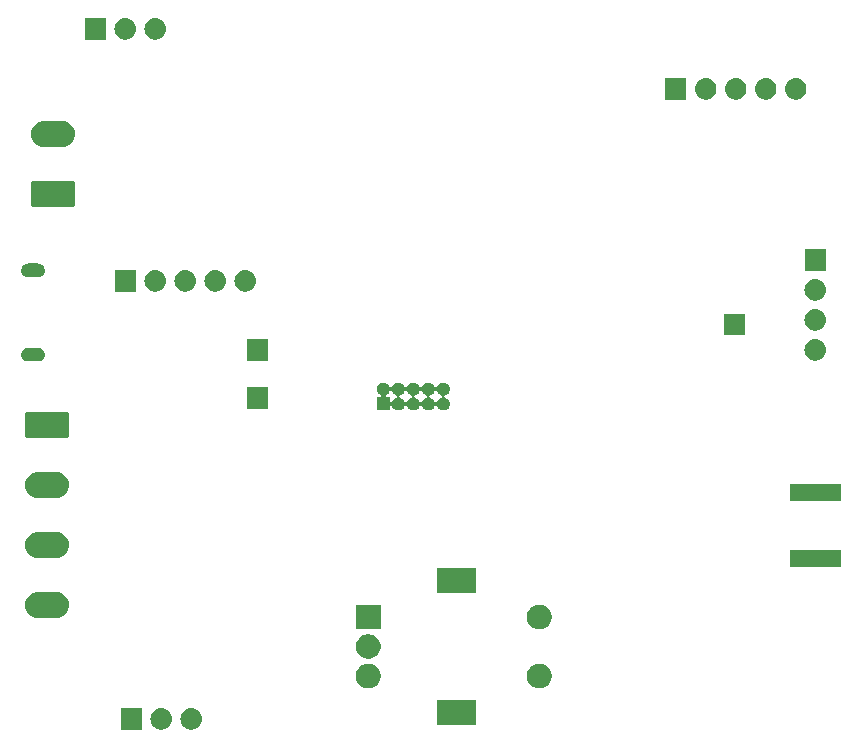
<source format=gbr>
G04 #@! TF.GenerationSoftware,KiCad,Pcbnew,5.1.4-e60b266~84~ubuntu18.04.1*
G04 #@! TF.CreationDate,2020-03-31T13:06:10+02:00*
G04 #@! TF.ProjectId,Esp32LoraBoard,45737033-324c-46f7-9261-426f6172642e,1.0*
G04 #@! TF.SameCoordinates,Original*
G04 #@! TF.FileFunction,Soldermask,Bot*
G04 #@! TF.FilePolarity,Negative*
%FSLAX46Y46*%
G04 Gerber Fmt 4.6, Leading zero omitted, Abs format (unit mm)*
G04 Created by KiCad (PCBNEW 5.1.4-e60b266~84~ubuntu18.04.1) date 2020-03-31 13:06:10*
%MOMM*%
%LPD*%
G04 APERTURE LIST*
%ADD10C,0.100000*%
G04 APERTURE END LIST*
D10*
G36*
X116725000Y-120281000D02*
G01*
X114923000Y-120281000D01*
X114923000Y-118479000D01*
X116725000Y-118479000D01*
X116725000Y-120281000D01*
X116725000Y-120281000D01*
G37*
G36*
X121014442Y-118485518D02*
G01*
X121080627Y-118492037D01*
X121250466Y-118543557D01*
X121406991Y-118627222D01*
X121442729Y-118656552D01*
X121544186Y-118739814D01*
X121627448Y-118841271D01*
X121656778Y-118877009D01*
X121740443Y-119033534D01*
X121791963Y-119203373D01*
X121809359Y-119380000D01*
X121791963Y-119556627D01*
X121740443Y-119726466D01*
X121656778Y-119882991D01*
X121646922Y-119895000D01*
X121544186Y-120020186D01*
X121442729Y-120103448D01*
X121406991Y-120132778D01*
X121250466Y-120216443D01*
X121080627Y-120267963D01*
X121014442Y-120274482D01*
X120948260Y-120281000D01*
X120859740Y-120281000D01*
X120793558Y-120274482D01*
X120727373Y-120267963D01*
X120557534Y-120216443D01*
X120401009Y-120132778D01*
X120365271Y-120103448D01*
X120263814Y-120020186D01*
X120161078Y-119895000D01*
X120151222Y-119882991D01*
X120067557Y-119726466D01*
X120016037Y-119556627D01*
X119998641Y-119380000D01*
X120016037Y-119203373D01*
X120067557Y-119033534D01*
X120151222Y-118877009D01*
X120180552Y-118841271D01*
X120263814Y-118739814D01*
X120365271Y-118656552D01*
X120401009Y-118627222D01*
X120557534Y-118543557D01*
X120727373Y-118492037D01*
X120793558Y-118485518D01*
X120859740Y-118479000D01*
X120948260Y-118479000D01*
X121014442Y-118485518D01*
X121014442Y-118485518D01*
G37*
G36*
X118474442Y-118485518D02*
G01*
X118540627Y-118492037D01*
X118710466Y-118543557D01*
X118866991Y-118627222D01*
X118902729Y-118656552D01*
X119004186Y-118739814D01*
X119087448Y-118841271D01*
X119116778Y-118877009D01*
X119200443Y-119033534D01*
X119251963Y-119203373D01*
X119269359Y-119380000D01*
X119251963Y-119556627D01*
X119200443Y-119726466D01*
X119116778Y-119882991D01*
X119106922Y-119895000D01*
X119004186Y-120020186D01*
X118902729Y-120103448D01*
X118866991Y-120132778D01*
X118710466Y-120216443D01*
X118540627Y-120267963D01*
X118474442Y-120274482D01*
X118408260Y-120281000D01*
X118319740Y-120281000D01*
X118253558Y-120274482D01*
X118187373Y-120267963D01*
X118017534Y-120216443D01*
X117861009Y-120132778D01*
X117825271Y-120103448D01*
X117723814Y-120020186D01*
X117621078Y-119895000D01*
X117611222Y-119882991D01*
X117527557Y-119726466D01*
X117476037Y-119556627D01*
X117458641Y-119380000D01*
X117476037Y-119203373D01*
X117527557Y-119033534D01*
X117611222Y-118877009D01*
X117640552Y-118841271D01*
X117723814Y-118739814D01*
X117825271Y-118656552D01*
X117861009Y-118627222D01*
X118017534Y-118543557D01*
X118187373Y-118492037D01*
X118253558Y-118485518D01*
X118319740Y-118479000D01*
X118408260Y-118479000D01*
X118474442Y-118485518D01*
X118474442Y-118485518D01*
G37*
G36*
X145041000Y-119895000D02*
G01*
X141739000Y-119895000D01*
X141739000Y-117793000D01*
X145041000Y-117793000D01*
X145041000Y-119895000D01*
X145041000Y-119895000D01*
G37*
G36*
X150696564Y-114733389D02*
G01*
X150887833Y-114812615D01*
X150887835Y-114812616D01*
X151059973Y-114927635D01*
X151206365Y-115074027D01*
X151321385Y-115246167D01*
X151400611Y-115437436D01*
X151441000Y-115640484D01*
X151441000Y-115847516D01*
X151400611Y-116050564D01*
X151321385Y-116241833D01*
X151321384Y-116241835D01*
X151206365Y-116413973D01*
X151059973Y-116560365D01*
X150887835Y-116675384D01*
X150887834Y-116675385D01*
X150887833Y-116675385D01*
X150696564Y-116754611D01*
X150493516Y-116795000D01*
X150286484Y-116795000D01*
X150083436Y-116754611D01*
X149892167Y-116675385D01*
X149892166Y-116675385D01*
X149892165Y-116675384D01*
X149720027Y-116560365D01*
X149573635Y-116413973D01*
X149458616Y-116241835D01*
X149458615Y-116241833D01*
X149379389Y-116050564D01*
X149339000Y-115847516D01*
X149339000Y-115640484D01*
X149379389Y-115437436D01*
X149458615Y-115246167D01*
X149573635Y-115074027D01*
X149720027Y-114927635D01*
X149892165Y-114812616D01*
X149892167Y-114812615D01*
X150083436Y-114733389D01*
X150286484Y-114693000D01*
X150493516Y-114693000D01*
X150696564Y-114733389D01*
X150696564Y-114733389D01*
G37*
G36*
X136196564Y-114733389D02*
G01*
X136387833Y-114812615D01*
X136387835Y-114812616D01*
X136559973Y-114927635D01*
X136706365Y-115074027D01*
X136821385Y-115246167D01*
X136900611Y-115437436D01*
X136941000Y-115640484D01*
X136941000Y-115847516D01*
X136900611Y-116050564D01*
X136821385Y-116241833D01*
X136821384Y-116241835D01*
X136706365Y-116413973D01*
X136559973Y-116560365D01*
X136387835Y-116675384D01*
X136387834Y-116675385D01*
X136387833Y-116675385D01*
X136196564Y-116754611D01*
X135993516Y-116795000D01*
X135786484Y-116795000D01*
X135583436Y-116754611D01*
X135392167Y-116675385D01*
X135392166Y-116675385D01*
X135392165Y-116675384D01*
X135220027Y-116560365D01*
X135073635Y-116413973D01*
X134958616Y-116241835D01*
X134958615Y-116241833D01*
X134879389Y-116050564D01*
X134839000Y-115847516D01*
X134839000Y-115640484D01*
X134879389Y-115437436D01*
X134958615Y-115246167D01*
X135073635Y-115074027D01*
X135220027Y-114927635D01*
X135392165Y-114812616D01*
X135392167Y-114812615D01*
X135583436Y-114733389D01*
X135786484Y-114693000D01*
X135993516Y-114693000D01*
X136196564Y-114733389D01*
X136196564Y-114733389D01*
G37*
G36*
X136196564Y-112233389D02*
G01*
X136387833Y-112312615D01*
X136387835Y-112312616D01*
X136559973Y-112427635D01*
X136706365Y-112574027D01*
X136821385Y-112746167D01*
X136900611Y-112937436D01*
X136941000Y-113140484D01*
X136941000Y-113347516D01*
X136900611Y-113550564D01*
X136821385Y-113741833D01*
X136821384Y-113741835D01*
X136706365Y-113913973D01*
X136559973Y-114060365D01*
X136387835Y-114175384D01*
X136387834Y-114175385D01*
X136387833Y-114175385D01*
X136196564Y-114254611D01*
X135993516Y-114295000D01*
X135786484Y-114295000D01*
X135583436Y-114254611D01*
X135392167Y-114175385D01*
X135392166Y-114175385D01*
X135392165Y-114175384D01*
X135220027Y-114060365D01*
X135073635Y-113913973D01*
X134958616Y-113741835D01*
X134958615Y-113741833D01*
X134879389Y-113550564D01*
X134839000Y-113347516D01*
X134839000Y-113140484D01*
X134879389Y-112937436D01*
X134958615Y-112746167D01*
X135073635Y-112574027D01*
X135220027Y-112427635D01*
X135392165Y-112312616D01*
X135392167Y-112312615D01*
X135583436Y-112233389D01*
X135786484Y-112193000D01*
X135993516Y-112193000D01*
X136196564Y-112233389D01*
X136196564Y-112233389D01*
G37*
G36*
X136941000Y-111795000D02*
G01*
X134839000Y-111795000D01*
X134839000Y-109693000D01*
X136941000Y-109693000D01*
X136941000Y-111795000D01*
X136941000Y-111795000D01*
G37*
G36*
X150696564Y-109733389D02*
G01*
X150887833Y-109812615D01*
X150887835Y-109812616D01*
X151059973Y-109927635D01*
X151206365Y-110074027D01*
X151321385Y-110246167D01*
X151400611Y-110437436D01*
X151441000Y-110640484D01*
X151441000Y-110847516D01*
X151400611Y-111050564D01*
X151321385Y-111241833D01*
X151321384Y-111241835D01*
X151206365Y-111413973D01*
X151059973Y-111560365D01*
X150887835Y-111675384D01*
X150887834Y-111675385D01*
X150887833Y-111675385D01*
X150696564Y-111754611D01*
X150493516Y-111795000D01*
X150286484Y-111795000D01*
X150083436Y-111754611D01*
X149892167Y-111675385D01*
X149892166Y-111675385D01*
X149892165Y-111675384D01*
X149720027Y-111560365D01*
X149573635Y-111413973D01*
X149458616Y-111241835D01*
X149458615Y-111241833D01*
X149379389Y-111050564D01*
X149339000Y-110847516D01*
X149339000Y-110640484D01*
X149379389Y-110437436D01*
X149458615Y-110246167D01*
X149573635Y-110074027D01*
X149720027Y-109927635D01*
X149892165Y-109812616D01*
X149892167Y-109812615D01*
X150083436Y-109733389D01*
X150286484Y-109693000D01*
X150493516Y-109693000D01*
X150696564Y-109733389D01*
X150696564Y-109733389D01*
G37*
G36*
X109685871Y-108652786D02*
G01*
X109891530Y-108715172D01*
X110081055Y-108816475D01*
X110081058Y-108816477D01*
X110081059Y-108816478D01*
X110247186Y-108952814D01*
X110383522Y-109118941D01*
X110383525Y-109118945D01*
X110484828Y-109308470D01*
X110547214Y-109514129D01*
X110568278Y-109728000D01*
X110547214Y-109941871D01*
X110484828Y-110147530D01*
X110383525Y-110337055D01*
X110383523Y-110337058D01*
X110383522Y-110337059D01*
X110247186Y-110503186D01*
X110081059Y-110639522D01*
X110081055Y-110639525D01*
X109891530Y-110740828D01*
X109685871Y-110803214D01*
X109525591Y-110819000D01*
X107898409Y-110819000D01*
X107738129Y-110803214D01*
X107532470Y-110740828D01*
X107342945Y-110639525D01*
X107342941Y-110639522D01*
X107176814Y-110503186D01*
X107040478Y-110337059D01*
X107040477Y-110337058D01*
X107040475Y-110337055D01*
X106939172Y-110147530D01*
X106876786Y-109941871D01*
X106855722Y-109728000D01*
X106876786Y-109514129D01*
X106939172Y-109308470D01*
X107040475Y-109118945D01*
X107040478Y-109118941D01*
X107176814Y-108952814D01*
X107342941Y-108816478D01*
X107342942Y-108816477D01*
X107342945Y-108816475D01*
X107532470Y-108715172D01*
X107738129Y-108652786D01*
X107898409Y-108637000D01*
X109525591Y-108637000D01*
X109685871Y-108652786D01*
X109685871Y-108652786D01*
G37*
G36*
X145041000Y-108695000D02*
G01*
X141739000Y-108695000D01*
X141739000Y-106593000D01*
X145041000Y-106593000D01*
X145041000Y-108695000D01*
X145041000Y-108695000D01*
G37*
G36*
X175887000Y-106548000D02*
G01*
X171585000Y-106548000D01*
X171585000Y-105096000D01*
X175887000Y-105096000D01*
X175887000Y-106548000D01*
X175887000Y-106548000D01*
G37*
G36*
X109685871Y-103572786D02*
G01*
X109891530Y-103635172D01*
X110081055Y-103736475D01*
X110081058Y-103736477D01*
X110081059Y-103736478D01*
X110247186Y-103872814D01*
X110383522Y-104038941D01*
X110383525Y-104038945D01*
X110484828Y-104228470D01*
X110547214Y-104434129D01*
X110568278Y-104648000D01*
X110547214Y-104861871D01*
X110484828Y-105067530D01*
X110383525Y-105257055D01*
X110383523Y-105257058D01*
X110383522Y-105257059D01*
X110247186Y-105423186D01*
X110081059Y-105559522D01*
X110081055Y-105559525D01*
X109891530Y-105660828D01*
X109685871Y-105723214D01*
X109525591Y-105739000D01*
X107898409Y-105739000D01*
X107738129Y-105723214D01*
X107532470Y-105660828D01*
X107342945Y-105559525D01*
X107342941Y-105559522D01*
X107176814Y-105423186D01*
X107040478Y-105257059D01*
X107040477Y-105257058D01*
X107040475Y-105257055D01*
X106939172Y-105067530D01*
X106876786Y-104861871D01*
X106855722Y-104648000D01*
X106876786Y-104434129D01*
X106939172Y-104228470D01*
X107040475Y-104038945D01*
X107040478Y-104038941D01*
X107176814Y-103872814D01*
X107342941Y-103736478D01*
X107342942Y-103736477D01*
X107342945Y-103736475D01*
X107532470Y-103635172D01*
X107738129Y-103572786D01*
X107898409Y-103557000D01*
X109525591Y-103557000D01*
X109685871Y-103572786D01*
X109685871Y-103572786D01*
G37*
G36*
X175887000Y-100898000D02*
G01*
X171585000Y-100898000D01*
X171585000Y-99446000D01*
X175887000Y-99446000D01*
X175887000Y-100898000D01*
X175887000Y-100898000D01*
G37*
G36*
X109685871Y-98492786D02*
G01*
X109891530Y-98555172D01*
X110081055Y-98656475D01*
X110081058Y-98656477D01*
X110081059Y-98656478D01*
X110247186Y-98792814D01*
X110383522Y-98958941D01*
X110383525Y-98958945D01*
X110484828Y-99148470D01*
X110547214Y-99354129D01*
X110568278Y-99568000D01*
X110547214Y-99781871D01*
X110484828Y-99987530D01*
X110383525Y-100177055D01*
X110383523Y-100177058D01*
X110383522Y-100177059D01*
X110247186Y-100343186D01*
X110081059Y-100479522D01*
X110081055Y-100479525D01*
X109891530Y-100580828D01*
X109685871Y-100643214D01*
X109525591Y-100659000D01*
X107898409Y-100659000D01*
X107738129Y-100643214D01*
X107532470Y-100580828D01*
X107342945Y-100479525D01*
X107342941Y-100479522D01*
X107176814Y-100343186D01*
X107040478Y-100177059D01*
X107040477Y-100177058D01*
X107040475Y-100177055D01*
X106939172Y-99987530D01*
X106876786Y-99781871D01*
X106855722Y-99568000D01*
X106876786Y-99354129D01*
X106939172Y-99148470D01*
X107040475Y-98958945D01*
X107040478Y-98958941D01*
X107176814Y-98792814D01*
X107342941Y-98656478D01*
X107342942Y-98656477D01*
X107342945Y-98656475D01*
X107532470Y-98555172D01*
X107738129Y-98492786D01*
X107898409Y-98477000D01*
X109525591Y-98477000D01*
X109685871Y-98492786D01*
X109685871Y-98492786D01*
G37*
G36*
X110428217Y-93400808D02*
G01*
X110459489Y-93410294D01*
X110488308Y-93425698D01*
X110513570Y-93446430D01*
X110534302Y-93471692D01*
X110549706Y-93500511D01*
X110559192Y-93531783D01*
X110563000Y-93570448D01*
X110563000Y-95405552D01*
X110559192Y-95444217D01*
X110549706Y-95475489D01*
X110534302Y-95504308D01*
X110513570Y-95529570D01*
X110488308Y-95550302D01*
X110459489Y-95565706D01*
X110428217Y-95575192D01*
X110389552Y-95579000D01*
X107034448Y-95579000D01*
X106995783Y-95575192D01*
X106964511Y-95565706D01*
X106935692Y-95550302D01*
X106910430Y-95529570D01*
X106889698Y-95504308D01*
X106874294Y-95475489D01*
X106864808Y-95444217D01*
X106861000Y-95405552D01*
X106861000Y-93570448D01*
X106864808Y-93531783D01*
X106874294Y-93500511D01*
X106889698Y-93471692D01*
X106910430Y-93446430D01*
X106935692Y-93425698D01*
X106964511Y-93410294D01*
X106995783Y-93400808D01*
X107034448Y-93397000D01*
X110389552Y-93397000D01*
X110428217Y-93400808D01*
X110428217Y-93400808D01*
G37*
G36*
X137268015Y-90896973D02*
G01*
X137371879Y-90928479D01*
X137399055Y-90943005D01*
X137467600Y-90979643D01*
X137551501Y-91048499D01*
X137620357Y-91132400D01*
X137656995Y-91200945D01*
X137671521Y-91228121D01*
X137675388Y-91240869D01*
X137684760Y-91263496D01*
X137698374Y-91283870D01*
X137715701Y-91301197D01*
X137736075Y-91314811D01*
X137758714Y-91324188D01*
X137782747Y-91328969D01*
X137807251Y-91328969D01*
X137831285Y-91324189D01*
X137853924Y-91314812D01*
X137874298Y-91301198D01*
X137891625Y-91283871D01*
X137905239Y-91263497D01*
X137914612Y-91240869D01*
X137918479Y-91228121D01*
X137933005Y-91200945D01*
X137969643Y-91132400D01*
X138038499Y-91048499D01*
X138122400Y-90979643D01*
X138190945Y-90943005D01*
X138218121Y-90928479D01*
X138321985Y-90896973D01*
X138402933Y-90889000D01*
X138457067Y-90889000D01*
X138538015Y-90896973D01*
X138641879Y-90928479D01*
X138669055Y-90943005D01*
X138737600Y-90979643D01*
X138821501Y-91048499D01*
X138890357Y-91132400D01*
X138926995Y-91200945D01*
X138941521Y-91228121D01*
X138945388Y-91240869D01*
X138954760Y-91263496D01*
X138968374Y-91283870D01*
X138985701Y-91301197D01*
X139006075Y-91314811D01*
X139028714Y-91324188D01*
X139052747Y-91328969D01*
X139077251Y-91328969D01*
X139101285Y-91324189D01*
X139123924Y-91314812D01*
X139144298Y-91301198D01*
X139161625Y-91283871D01*
X139175239Y-91263497D01*
X139184612Y-91240869D01*
X139188479Y-91228121D01*
X139203005Y-91200945D01*
X139239643Y-91132400D01*
X139308499Y-91048499D01*
X139392400Y-90979643D01*
X139460945Y-90943005D01*
X139488121Y-90928479D01*
X139591985Y-90896973D01*
X139672933Y-90889000D01*
X139727067Y-90889000D01*
X139808015Y-90896973D01*
X139911879Y-90928479D01*
X139939055Y-90943005D01*
X140007600Y-90979643D01*
X140091501Y-91048499D01*
X140160357Y-91132400D01*
X140196995Y-91200945D01*
X140211521Y-91228121D01*
X140215388Y-91240869D01*
X140224760Y-91263496D01*
X140238374Y-91283870D01*
X140255701Y-91301197D01*
X140276075Y-91314811D01*
X140298714Y-91324188D01*
X140322747Y-91328969D01*
X140347251Y-91328969D01*
X140371285Y-91324189D01*
X140393924Y-91314812D01*
X140414298Y-91301198D01*
X140431625Y-91283871D01*
X140445239Y-91263497D01*
X140454612Y-91240869D01*
X140458479Y-91228121D01*
X140473005Y-91200945D01*
X140509643Y-91132400D01*
X140578499Y-91048499D01*
X140662400Y-90979643D01*
X140730945Y-90943005D01*
X140758121Y-90928479D01*
X140861985Y-90896973D01*
X140942933Y-90889000D01*
X140997067Y-90889000D01*
X141078015Y-90896973D01*
X141181879Y-90928479D01*
X141209055Y-90943005D01*
X141277600Y-90979643D01*
X141361501Y-91048499D01*
X141430357Y-91132400D01*
X141466995Y-91200945D01*
X141481521Y-91228121D01*
X141485388Y-91240869D01*
X141494760Y-91263496D01*
X141508374Y-91283870D01*
X141525701Y-91301197D01*
X141546075Y-91314811D01*
X141568714Y-91324188D01*
X141592747Y-91328969D01*
X141617251Y-91328969D01*
X141641285Y-91324189D01*
X141663924Y-91314812D01*
X141684298Y-91301198D01*
X141701625Y-91283871D01*
X141715239Y-91263497D01*
X141724612Y-91240869D01*
X141728479Y-91228121D01*
X141743005Y-91200945D01*
X141779643Y-91132400D01*
X141848499Y-91048499D01*
X141932400Y-90979643D01*
X142000945Y-90943005D01*
X142028121Y-90928479D01*
X142131985Y-90896973D01*
X142212933Y-90889000D01*
X142267067Y-90889000D01*
X142348015Y-90896973D01*
X142451879Y-90928479D01*
X142479055Y-90943005D01*
X142547600Y-90979643D01*
X142631501Y-91048499D01*
X142700357Y-91132400D01*
X142736995Y-91200945D01*
X142751521Y-91228121D01*
X142783027Y-91331985D01*
X142793666Y-91440000D01*
X142783027Y-91548015D01*
X142751521Y-91651879D01*
X142751519Y-91651882D01*
X142700357Y-91747600D01*
X142631501Y-91831501D01*
X142547600Y-91900357D01*
X142492014Y-91930068D01*
X142451879Y-91951521D01*
X142439131Y-91955388D01*
X142416504Y-91964760D01*
X142396130Y-91978374D01*
X142378803Y-91995701D01*
X142365189Y-92016075D01*
X142355812Y-92038714D01*
X142351031Y-92062747D01*
X142351031Y-92087251D01*
X142355811Y-92111285D01*
X142365188Y-92133924D01*
X142378802Y-92154298D01*
X142396129Y-92171625D01*
X142416503Y-92185239D01*
X142439131Y-92194612D01*
X142451879Y-92198479D01*
X142479055Y-92213005D01*
X142547600Y-92249643D01*
X142631501Y-92318499D01*
X142700357Y-92402400D01*
X142736995Y-92470945D01*
X142751521Y-92498121D01*
X142783027Y-92601985D01*
X142793666Y-92710000D01*
X142783027Y-92818015D01*
X142751521Y-92921879D01*
X142751191Y-92922496D01*
X142700357Y-93017600D01*
X142631501Y-93101501D01*
X142547600Y-93170357D01*
X142479055Y-93206995D01*
X142451879Y-93221521D01*
X142348015Y-93253027D01*
X142267067Y-93261000D01*
X142212933Y-93261000D01*
X142131985Y-93253027D01*
X142028121Y-93221521D01*
X142000945Y-93206995D01*
X141932400Y-93170357D01*
X141848499Y-93101501D01*
X141779643Y-93017600D01*
X141728809Y-92922496D01*
X141728479Y-92921879D01*
X141724612Y-92909131D01*
X141715240Y-92886504D01*
X141701626Y-92866130D01*
X141684299Y-92848803D01*
X141663925Y-92835189D01*
X141641286Y-92825812D01*
X141617253Y-92821031D01*
X141592749Y-92821031D01*
X141568715Y-92825811D01*
X141546076Y-92835188D01*
X141525702Y-92848802D01*
X141508375Y-92866129D01*
X141494761Y-92886503D01*
X141485388Y-92909131D01*
X141481521Y-92921879D01*
X141481191Y-92922496D01*
X141430357Y-93017600D01*
X141361501Y-93101501D01*
X141277600Y-93170357D01*
X141209055Y-93206995D01*
X141181879Y-93221521D01*
X141078015Y-93253027D01*
X140997067Y-93261000D01*
X140942933Y-93261000D01*
X140861985Y-93253027D01*
X140758121Y-93221521D01*
X140730945Y-93206995D01*
X140662400Y-93170357D01*
X140578499Y-93101501D01*
X140509643Y-93017600D01*
X140458809Y-92922496D01*
X140458479Y-92921879D01*
X140454612Y-92909131D01*
X140445240Y-92886504D01*
X140431626Y-92866130D01*
X140414299Y-92848803D01*
X140393925Y-92835189D01*
X140371286Y-92825812D01*
X140347253Y-92821031D01*
X140322749Y-92821031D01*
X140298715Y-92825811D01*
X140276076Y-92835188D01*
X140255702Y-92848802D01*
X140238375Y-92866129D01*
X140224761Y-92886503D01*
X140215388Y-92909131D01*
X140211521Y-92921879D01*
X140211191Y-92922496D01*
X140160357Y-93017600D01*
X140091501Y-93101501D01*
X140007600Y-93170357D01*
X139939055Y-93206995D01*
X139911879Y-93221521D01*
X139808015Y-93253027D01*
X139727067Y-93261000D01*
X139672933Y-93261000D01*
X139591985Y-93253027D01*
X139488121Y-93221521D01*
X139460945Y-93206995D01*
X139392400Y-93170357D01*
X139308499Y-93101501D01*
X139239643Y-93017600D01*
X139188809Y-92922496D01*
X139188479Y-92921879D01*
X139184612Y-92909131D01*
X139175240Y-92886504D01*
X139161626Y-92866130D01*
X139144299Y-92848803D01*
X139123925Y-92835189D01*
X139101286Y-92825812D01*
X139077253Y-92821031D01*
X139052749Y-92821031D01*
X139028715Y-92825811D01*
X139006076Y-92835188D01*
X138985702Y-92848802D01*
X138968375Y-92866129D01*
X138954761Y-92886503D01*
X138945388Y-92909131D01*
X138941521Y-92921879D01*
X138941191Y-92922496D01*
X138890357Y-93017600D01*
X138821501Y-93101501D01*
X138737600Y-93170357D01*
X138669055Y-93206995D01*
X138641879Y-93221521D01*
X138538015Y-93253027D01*
X138457067Y-93261000D01*
X138402933Y-93261000D01*
X138321985Y-93253027D01*
X138218121Y-93221521D01*
X138190945Y-93206995D01*
X138122400Y-93170357D01*
X138038499Y-93101501D01*
X137969645Y-93017601D01*
X137969644Y-93017600D01*
X137946236Y-92973807D01*
X137932625Y-92953437D01*
X137915298Y-92936110D01*
X137894924Y-92922496D01*
X137872285Y-92913119D01*
X137848252Y-92908338D01*
X137823748Y-92908338D01*
X137799714Y-92913118D01*
X137777076Y-92922495D01*
X137756701Y-92936109D01*
X137739374Y-92953436D01*
X137725760Y-92973810D01*
X137716383Y-92996449D01*
X137711602Y-93020482D01*
X137711000Y-93032735D01*
X137711000Y-93261000D01*
X136609000Y-93261000D01*
X136609000Y-92159000D01*
X136837265Y-92159000D01*
X136861651Y-92156598D01*
X136885100Y-92149485D01*
X136906711Y-92137934D01*
X136925653Y-92122389D01*
X136941198Y-92103447D01*
X136952749Y-92081836D01*
X136959862Y-92058387D01*
X136962264Y-92034001D01*
X136961058Y-92021748D01*
X137358338Y-92021748D01*
X137358338Y-92046252D01*
X137363118Y-92070286D01*
X137372495Y-92092924D01*
X137386109Y-92113299D01*
X137403436Y-92130626D01*
X137423810Y-92144240D01*
X137446449Y-92153617D01*
X137470482Y-92158398D01*
X137482735Y-92159000D01*
X137711000Y-92159000D01*
X137711000Y-92387265D01*
X137713402Y-92411651D01*
X137720515Y-92435100D01*
X137732066Y-92456711D01*
X137747611Y-92475653D01*
X137766553Y-92491198D01*
X137788164Y-92502749D01*
X137811613Y-92509862D01*
X137835999Y-92512264D01*
X137860385Y-92509862D01*
X137883834Y-92502749D01*
X137905445Y-92491198D01*
X137924387Y-92475653D01*
X137939932Y-92456711D01*
X137946233Y-92446198D01*
X137969644Y-92402400D01*
X138038499Y-92318499D01*
X138122400Y-92249643D01*
X138190945Y-92213005D01*
X138218121Y-92198479D01*
X138230869Y-92194612D01*
X138253496Y-92185240D01*
X138273870Y-92171626D01*
X138291197Y-92154299D01*
X138304811Y-92133925D01*
X138314188Y-92111286D01*
X138318969Y-92087253D01*
X138318969Y-92062749D01*
X138318969Y-92062747D01*
X138541031Y-92062747D01*
X138541031Y-92087251D01*
X138545811Y-92111285D01*
X138555188Y-92133924D01*
X138568802Y-92154298D01*
X138586129Y-92171625D01*
X138606503Y-92185239D01*
X138629131Y-92194612D01*
X138641879Y-92198479D01*
X138669055Y-92213005D01*
X138737600Y-92249643D01*
X138821501Y-92318499D01*
X138890357Y-92402400D01*
X138926995Y-92470945D01*
X138941521Y-92498121D01*
X138945388Y-92510869D01*
X138954760Y-92533496D01*
X138968374Y-92553870D01*
X138985701Y-92571197D01*
X139006075Y-92584811D01*
X139028714Y-92594188D01*
X139052747Y-92598969D01*
X139077251Y-92598969D01*
X139101285Y-92594189D01*
X139123924Y-92584812D01*
X139144298Y-92571198D01*
X139161625Y-92553871D01*
X139175239Y-92533497D01*
X139184612Y-92510869D01*
X139188479Y-92498121D01*
X139203005Y-92470945D01*
X139239643Y-92402400D01*
X139308499Y-92318499D01*
X139392400Y-92249643D01*
X139460945Y-92213005D01*
X139488121Y-92198479D01*
X139500869Y-92194612D01*
X139523496Y-92185240D01*
X139543870Y-92171626D01*
X139561197Y-92154299D01*
X139574811Y-92133925D01*
X139584188Y-92111286D01*
X139588969Y-92087253D01*
X139588969Y-92062749D01*
X139588969Y-92062747D01*
X139811031Y-92062747D01*
X139811031Y-92087251D01*
X139815811Y-92111285D01*
X139825188Y-92133924D01*
X139838802Y-92154298D01*
X139856129Y-92171625D01*
X139876503Y-92185239D01*
X139899131Y-92194612D01*
X139911879Y-92198479D01*
X139939055Y-92213005D01*
X140007600Y-92249643D01*
X140091501Y-92318499D01*
X140160357Y-92402400D01*
X140196995Y-92470945D01*
X140211521Y-92498121D01*
X140215388Y-92510869D01*
X140224760Y-92533496D01*
X140238374Y-92553870D01*
X140255701Y-92571197D01*
X140276075Y-92584811D01*
X140298714Y-92594188D01*
X140322747Y-92598969D01*
X140347251Y-92598969D01*
X140371285Y-92594189D01*
X140393924Y-92584812D01*
X140414298Y-92571198D01*
X140431625Y-92553871D01*
X140445239Y-92533497D01*
X140454612Y-92510869D01*
X140458479Y-92498121D01*
X140473005Y-92470945D01*
X140509643Y-92402400D01*
X140578499Y-92318499D01*
X140662400Y-92249643D01*
X140730945Y-92213005D01*
X140758121Y-92198479D01*
X140770869Y-92194612D01*
X140793496Y-92185240D01*
X140813870Y-92171626D01*
X140831197Y-92154299D01*
X140844811Y-92133925D01*
X140854188Y-92111286D01*
X140858969Y-92087253D01*
X140858969Y-92062749D01*
X140858969Y-92062747D01*
X141081031Y-92062747D01*
X141081031Y-92087251D01*
X141085811Y-92111285D01*
X141095188Y-92133924D01*
X141108802Y-92154298D01*
X141126129Y-92171625D01*
X141146503Y-92185239D01*
X141169131Y-92194612D01*
X141181879Y-92198479D01*
X141209055Y-92213005D01*
X141277600Y-92249643D01*
X141361501Y-92318499D01*
X141430357Y-92402400D01*
X141466995Y-92470945D01*
X141481521Y-92498121D01*
X141485388Y-92510869D01*
X141494760Y-92533496D01*
X141508374Y-92553870D01*
X141525701Y-92571197D01*
X141546075Y-92584811D01*
X141568714Y-92594188D01*
X141592747Y-92598969D01*
X141617251Y-92598969D01*
X141641285Y-92594189D01*
X141663924Y-92584812D01*
X141684298Y-92571198D01*
X141701625Y-92553871D01*
X141715239Y-92533497D01*
X141724612Y-92510869D01*
X141728479Y-92498121D01*
X141743005Y-92470945D01*
X141779643Y-92402400D01*
X141848499Y-92318499D01*
X141932400Y-92249643D01*
X142000945Y-92213005D01*
X142028121Y-92198479D01*
X142040869Y-92194612D01*
X142063496Y-92185240D01*
X142083870Y-92171626D01*
X142101197Y-92154299D01*
X142114811Y-92133925D01*
X142124188Y-92111286D01*
X142128969Y-92087253D01*
X142128969Y-92062749D01*
X142124189Y-92038715D01*
X142114812Y-92016076D01*
X142101198Y-91995702D01*
X142083871Y-91978375D01*
X142063497Y-91964761D01*
X142040869Y-91955388D01*
X142028121Y-91951521D01*
X141987986Y-91930068D01*
X141932400Y-91900357D01*
X141848499Y-91831501D01*
X141779643Y-91747600D01*
X141728481Y-91651882D01*
X141728479Y-91651879D01*
X141724612Y-91639131D01*
X141715240Y-91616504D01*
X141701626Y-91596130D01*
X141684299Y-91578803D01*
X141663925Y-91565189D01*
X141641286Y-91555812D01*
X141617253Y-91551031D01*
X141592749Y-91551031D01*
X141568715Y-91555811D01*
X141546076Y-91565188D01*
X141525702Y-91578802D01*
X141508375Y-91596129D01*
X141494761Y-91616503D01*
X141485388Y-91639131D01*
X141481521Y-91651879D01*
X141481519Y-91651882D01*
X141430357Y-91747600D01*
X141361501Y-91831501D01*
X141277600Y-91900357D01*
X141222014Y-91930068D01*
X141181879Y-91951521D01*
X141169131Y-91955388D01*
X141146504Y-91964760D01*
X141126130Y-91978374D01*
X141108803Y-91995701D01*
X141095189Y-92016075D01*
X141085812Y-92038714D01*
X141081031Y-92062747D01*
X140858969Y-92062747D01*
X140854189Y-92038715D01*
X140844812Y-92016076D01*
X140831198Y-91995702D01*
X140813871Y-91978375D01*
X140793497Y-91964761D01*
X140770869Y-91955388D01*
X140758121Y-91951521D01*
X140717986Y-91930068D01*
X140662400Y-91900357D01*
X140578499Y-91831501D01*
X140509643Y-91747600D01*
X140458481Y-91651882D01*
X140458479Y-91651879D01*
X140454612Y-91639131D01*
X140445240Y-91616504D01*
X140431626Y-91596130D01*
X140414299Y-91578803D01*
X140393925Y-91565189D01*
X140371286Y-91555812D01*
X140347253Y-91551031D01*
X140322749Y-91551031D01*
X140298715Y-91555811D01*
X140276076Y-91565188D01*
X140255702Y-91578802D01*
X140238375Y-91596129D01*
X140224761Y-91616503D01*
X140215388Y-91639131D01*
X140211521Y-91651879D01*
X140211519Y-91651882D01*
X140160357Y-91747600D01*
X140091501Y-91831501D01*
X140007600Y-91900357D01*
X139952014Y-91930068D01*
X139911879Y-91951521D01*
X139899131Y-91955388D01*
X139876504Y-91964760D01*
X139856130Y-91978374D01*
X139838803Y-91995701D01*
X139825189Y-92016075D01*
X139815812Y-92038714D01*
X139811031Y-92062747D01*
X139588969Y-92062747D01*
X139584189Y-92038715D01*
X139574812Y-92016076D01*
X139561198Y-91995702D01*
X139543871Y-91978375D01*
X139523497Y-91964761D01*
X139500869Y-91955388D01*
X139488121Y-91951521D01*
X139447986Y-91930068D01*
X139392400Y-91900357D01*
X139308499Y-91831501D01*
X139239643Y-91747600D01*
X139188481Y-91651882D01*
X139188479Y-91651879D01*
X139184612Y-91639131D01*
X139175240Y-91616504D01*
X139161626Y-91596130D01*
X139144299Y-91578803D01*
X139123925Y-91565189D01*
X139101286Y-91555812D01*
X139077253Y-91551031D01*
X139052749Y-91551031D01*
X139028715Y-91555811D01*
X139006076Y-91565188D01*
X138985702Y-91578802D01*
X138968375Y-91596129D01*
X138954761Y-91616503D01*
X138945388Y-91639131D01*
X138941521Y-91651879D01*
X138941519Y-91651882D01*
X138890357Y-91747600D01*
X138821501Y-91831501D01*
X138737600Y-91900357D01*
X138682014Y-91930068D01*
X138641879Y-91951521D01*
X138629131Y-91955388D01*
X138606504Y-91964760D01*
X138586130Y-91978374D01*
X138568803Y-91995701D01*
X138555189Y-92016075D01*
X138545812Y-92038714D01*
X138541031Y-92062747D01*
X138318969Y-92062747D01*
X138314189Y-92038715D01*
X138304812Y-92016076D01*
X138291198Y-91995702D01*
X138273871Y-91978375D01*
X138253497Y-91964761D01*
X138230869Y-91955388D01*
X138218121Y-91951521D01*
X138177986Y-91930068D01*
X138122400Y-91900357D01*
X138038499Y-91831501D01*
X137969643Y-91747600D01*
X137918481Y-91651882D01*
X137918479Y-91651879D01*
X137914612Y-91639131D01*
X137905240Y-91616504D01*
X137891626Y-91596130D01*
X137874299Y-91578803D01*
X137853925Y-91565189D01*
X137831286Y-91555812D01*
X137807253Y-91551031D01*
X137782749Y-91551031D01*
X137758715Y-91555811D01*
X137736076Y-91565188D01*
X137715702Y-91578802D01*
X137698375Y-91596129D01*
X137684761Y-91616503D01*
X137675388Y-91639131D01*
X137671521Y-91651879D01*
X137671519Y-91651882D01*
X137620357Y-91747600D01*
X137551501Y-91831501D01*
X137467600Y-91900356D01*
X137423807Y-91923764D01*
X137403437Y-91937375D01*
X137386110Y-91954702D01*
X137372496Y-91975076D01*
X137363119Y-91997715D01*
X137358338Y-92021748D01*
X136961058Y-92021748D01*
X136959862Y-92009615D01*
X136952749Y-91986166D01*
X136941198Y-91964555D01*
X136925653Y-91945613D01*
X136906711Y-91930068D01*
X136896198Y-91923767D01*
X136852400Y-91900356D01*
X136768499Y-91831501D01*
X136699643Y-91747600D01*
X136648481Y-91651882D01*
X136648479Y-91651879D01*
X136616973Y-91548015D01*
X136606334Y-91440000D01*
X136616973Y-91331985D01*
X136648479Y-91228121D01*
X136663005Y-91200945D01*
X136699643Y-91132400D01*
X136768499Y-91048499D01*
X136852400Y-90979643D01*
X136920945Y-90943005D01*
X136948121Y-90928479D01*
X137051985Y-90896973D01*
X137132933Y-90889000D01*
X137187067Y-90889000D01*
X137268015Y-90896973D01*
X137268015Y-90896973D01*
G37*
G36*
X127393000Y-93103000D02*
G01*
X125591000Y-93103000D01*
X125591000Y-91301000D01*
X127393000Y-91301000D01*
X127393000Y-93103000D01*
X127393000Y-93103000D01*
G37*
G36*
X108049916Y-87970334D02*
G01*
X108158492Y-88003271D01*
X108158495Y-88003272D01*
X108194601Y-88022571D01*
X108258557Y-88056756D01*
X108346264Y-88128736D01*
X108418244Y-88216443D01*
X108452429Y-88280399D01*
X108471728Y-88316505D01*
X108471729Y-88316508D01*
X108504666Y-88425084D01*
X108515787Y-88538000D01*
X108504666Y-88650916D01*
X108471729Y-88759492D01*
X108471728Y-88759495D01*
X108461738Y-88778185D01*
X108418244Y-88859557D01*
X108346264Y-88947264D01*
X108258557Y-89019244D01*
X108194601Y-89053429D01*
X108158495Y-89072728D01*
X108158492Y-89072729D01*
X108049916Y-89105666D01*
X107965298Y-89114000D01*
X107058702Y-89114000D01*
X106974084Y-89105666D01*
X106865508Y-89072729D01*
X106865505Y-89072728D01*
X106829399Y-89053429D01*
X106765443Y-89019244D01*
X106677736Y-88947264D01*
X106605756Y-88859557D01*
X106562262Y-88778185D01*
X106552272Y-88759495D01*
X106552271Y-88759492D01*
X106519334Y-88650916D01*
X106508213Y-88538000D01*
X106519334Y-88425084D01*
X106552271Y-88316508D01*
X106552272Y-88316505D01*
X106571571Y-88280399D01*
X106605756Y-88216443D01*
X106677736Y-88128736D01*
X106765443Y-88056756D01*
X106829399Y-88022571D01*
X106865505Y-88003272D01*
X106865508Y-88003271D01*
X106974084Y-87970334D01*
X107058702Y-87962000D01*
X107965298Y-87962000D01*
X108049916Y-87970334D01*
X108049916Y-87970334D01*
G37*
G36*
X173846442Y-87243518D02*
G01*
X173912627Y-87250037D01*
X174082466Y-87301557D01*
X174238991Y-87385222D01*
X174274729Y-87414552D01*
X174376186Y-87497814D01*
X174459448Y-87599271D01*
X174488778Y-87635009D01*
X174572443Y-87791534D01*
X174623963Y-87961373D01*
X174641359Y-88138000D01*
X174623963Y-88314627D01*
X174572443Y-88484466D01*
X174488778Y-88640991D01*
X174459448Y-88676729D01*
X174376186Y-88778186D01*
X174277036Y-88859555D01*
X174238991Y-88890778D01*
X174082466Y-88974443D01*
X173912627Y-89025963D01*
X173846442Y-89032482D01*
X173780260Y-89039000D01*
X173691740Y-89039000D01*
X173625557Y-89032481D01*
X173559373Y-89025963D01*
X173389534Y-88974443D01*
X173233009Y-88890778D01*
X173194964Y-88859555D01*
X173095814Y-88778186D01*
X173012552Y-88676729D01*
X172983222Y-88640991D01*
X172899557Y-88484466D01*
X172848037Y-88314627D01*
X172830641Y-88138000D01*
X172848037Y-87961373D01*
X172899557Y-87791534D01*
X172983222Y-87635009D01*
X173012552Y-87599271D01*
X173095814Y-87497814D01*
X173197271Y-87414552D01*
X173233009Y-87385222D01*
X173389534Y-87301557D01*
X173559373Y-87250037D01*
X173625558Y-87243518D01*
X173691740Y-87237000D01*
X173780260Y-87237000D01*
X173846442Y-87243518D01*
X173846442Y-87243518D01*
G37*
G36*
X127393000Y-89039000D02*
G01*
X125591000Y-89039000D01*
X125591000Y-87237000D01*
X127393000Y-87237000D01*
X127393000Y-89039000D01*
X127393000Y-89039000D01*
G37*
G36*
X167779000Y-86880000D02*
G01*
X165977000Y-86880000D01*
X165977000Y-85078000D01*
X167779000Y-85078000D01*
X167779000Y-86880000D01*
X167779000Y-86880000D01*
G37*
G36*
X173846443Y-84703519D02*
G01*
X173912627Y-84710037D01*
X174082466Y-84761557D01*
X174238991Y-84845222D01*
X174274729Y-84874552D01*
X174376186Y-84957814D01*
X174459448Y-85059271D01*
X174488778Y-85095009D01*
X174572443Y-85251534D01*
X174623963Y-85421373D01*
X174641359Y-85598000D01*
X174623963Y-85774627D01*
X174572443Y-85944466D01*
X174488778Y-86100991D01*
X174459448Y-86136729D01*
X174376186Y-86238186D01*
X174274729Y-86321448D01*
X174238991Y-86350778D01*
X174082466Y-86434443D01*
X173912627Y-86485963D01*
X173846442Y-86492482D01*
X173780260Y-86499000D01*
X173691740Y-86499000D01*
X173625558Y-86492482D01*
X173559373Y-86485963D01*
X173389534Y-86434443D01*
X173233009Y-86350778D01*
X173197271Y-86321448D01*
X173095814Y-86238186D01*
X173012552Y-86136729D01*
X172983222Y-86100991D01*
X172899557Y-85944466D01*
X172848037Y-85774627D01*
X172830641Y-85598000D01*
X172848037Y-85421373D01*
X172899557Y-85251534D01*
X172983222Y-85095009D01*
X173012552Y-85059271D01*
X173095814Y-84957814D01*
X173197271Y-84874552D01*
X173233009Y-84845222D01*
X173389534Y-84761557D01*
X173559373Y-84710037D01*
X173625557Y-84703519D01*
X173691740Y-84697000D01*
X173780260Y-84697000D01*
X173846443Y-84703519D01*
X173846443Y-84703519D01*
G37*
G36*
X173846442Y-82163518D02*
G01*
X173912627Y-82170037D01*
X174082466Y-82221557D01*
X174238991Y-82305222D01*
X174274729Y-82334552D01*
X174376186Y-82417814D01*
X174459448Y-82519271D01*
X174488778Y-82555009D01*
X174572443Y-82711534D01*
X174623963Y-82881373D01*
X174641359Y-83058000D01*
X174623963Y-83234627D01*
X174572443Y-83404466D01*
X174488778Y-83560991D01*
X174459448Y-83596729D01*
X174376186Y-83698186D01*
X174274729Y-83781448D01*
X174238991Y-83810778D01*
X174082466Y-83894443D01*
X173912627Y-83945963D01*
X173846442Y-83952482D01*
X173780260Y-83959000D01*
X173691740Y-83959000D01*
X173625558Y-83952482D01*
X173559373Y-83945963D01*
X173389534Y-83894443D01*
X173233009Y-83810778D01*
X173197271Y-83781448D01*
X173095814Y-83698186D01*
X173012552Y-83596729D01*
X172983222Y-83560991D01*
X172899557Y-83404466D01*
X172848037Y-83234627D01*
X172830641Y-83058000D01*
X172848037Y-82881373D01*
X172899557Y-82711534D01*
X172983222Y-82555009D01*
X173012552Y-82519271D01*
X173095814Y-82417814D01*
X173197271Y-82334552D01*
X173233009Y-82305222D01*
X173389534Y-82221557D01*
X173559373Y-82170037D01*
X173625558Y-82163518D01*
X173691740Y-82157000D01*
X173780260Y-82157000D01*
X173846442Y-82163518D01*
X173846442Y-82163518D01*
G37*
G36*
X123046443Y-81401519D02*
G01*
X123112627Y-81408037D01*
X123282466Y-81459557D01*
X123438991Y-81543222D01*
X123474729Y-81572552D01*
X123576186Y-81655814D01*
X123659448Y-81757271D01*
X123688778Y-81793009D01*
X123772443Y-81949534D01*
X123823963Y-82119373D01*
X123841359Y-82296000D01*
X123823963Y-82472627D01*
X123772443Y-82642466D01*
X123688778Y-82798991D01*
X123659448Y-82834729D01*
X123576186Y-82936186D01*
X123474729Y-83019448D01*
X123438991Y-83048778D01*
X123282466Y-83132443D01*
X123112627Y-83183963D01*
X123046442Y-83190482D01*
X122980260Y-83197000D01*
X122891740Y-83197000D01*
X122825558Y-83190482D01*
X122759373Y-83183963D01*
X122589534Y-83132443D01*
X122433009Y-83048778D01*
X122397271Y-83019448D01*
X122295814Y-82936186D01*
X122212552Y-82834729D01*
X122183222Y-82798991D01*
X122099557Y-82642466D01*
X122048037Y-82472627D01*
X122030641Y-82296000D01*
X122048037Y-82119373D01*
X122099557Y-81949534D01*
X122183222Y-81793009D01*
X122212552Y-81757271D01*
X122295814Y-81655814D01*
X122397271Y-81572552D01*
X122433009Y-81543222D01*
X122589534Y-81459557D01*
X122759373Y-81408037D01*
X122825557Y-81401519D01*
X122891740Y-81395000D01*
X122980260Y-81395000D01*
X123046443Y-81401519D01*
X123046443Y-81401519D01*
G37*
G36*
X125586443Y-81401519D02*
G01*
X125652627Y-81408037D01*
X125822466Y-81459557D01*
X125978991Y-81543222D01*
X126014729Y-81572552D01*
X126116186Y-81655814D01*
X126199448Y-81757271D01*
X126228778Y-81793009D01*
X126312443Y-81949534D01*
X126363963Y-82119373D01*
X126381359Y-82296000D01*
X126363963Y-82472627D01*
X126312443Y-82642466D01*
X126228778Y-82798991D01*
X126199448Y-82834729D01*
X126116186Y-82936186D01*
X126014729Y-83019448D01*
X125978991Y-83048778D01*
X125822466Y-83132443D01*
X125652627Y-83183963D01*
X125586442Y-83190482D01*
X125520260Y-83197000D01*
X125431740Y-83197000D01*
X125365558Y-83190482D01*
X125299373Y-83183963D01*
X125129534Y-83132443D01*
X124973009Y-83048778D01*
X124937271Y-83019448D01*
X124835814Y-82936186D01*
X124752552Y-82834729D01*
X124723222Y-82798991D01*
X124639557Y-82642466D01*
X124588037Y-82472627D01*
X124570641Y-82296000D01*
X124588037Y-82119373D01*
X124639557Y-81949534D01*
X124723222Y-81793009D01*
X124752552Y-81757271D01*
X124835814Y-81655814D01*
X124937271Y-81572552D01*
X124973009Y-81543222D01*
X125129534Y-81459557D01*
X125299373Y-81408037D01*
X125365557Y-81401519D01*
X125431740Y-81395000D01*
X125520260Y-81395000D01*
X125586443Y-81401519D01*
X125586443Y-81401519D01*
G37*
G36*
X120506443Y-81401519D02*
G01*
X120572627Y-81408037D01*
X120742466Y-81459557D01*
X120898991Y-81543222D01*
X120934729Y-81572552D01*
X121036186Y-81655814D01*
X121119448Y-81757271D01*
X121148778Y-81793009D01*
X121232443Y-81949534D01*
X121283963Y-82119373D01*
X121301359Y-82296000D01*
X121283963Y-82472627D01*
X121232443Y-82642466D01*
X121148778Y-82798991D01*
X121119448Y-82834729D01*
X121036186Y-82936186D01*
X120934729Y-83019448D01*
X120898991Y-83048778D01*
X120742466Y-83132443D01*
X120572627Y-83183963D01*
X120506442Y-83190482D01*
X120440260Y-83197000D01*
X120351740Y-83197000D01*
X120285558Y-83190482D01*
X120219373Y-83183963D01*
X120049534Y-83132443D01*
X119893009Y-83048778D01*
X119857271Y-83019448D01*
X119755814Y-82936186D01*
X119672552Y-82834729D01*
X119643222Y-82798991D01*
X119559557Y-82642466D01*
X119508037Y-82472627D01*
X119490641Y-82296000D01*
X119508037Y-82119373D01*
X119559557Y-81949534D01*
X119643222Y-81793009D01*
X119672552Y-81757271D01*
X119755814Y-81655814D01*
X119857271Y-81572552D01*
X119893009Y-81543222D01*
X120049534Y-81459557D01*
X120219373Y-81408037D01*
X120285557Y-81401519D01*
X120351740Y-81395000D01*
X120440260Y-81395000D01*
X120506443Y-81401519D01*
X120506443Y-81401519D01*
G37*
G36*
X116217000Y-83197000D02*
G01*
X114415000Y-83197000D01*
X114415000Y-81395000D01*
X116217000Y-81395000D01*
X116217000Y-83197000D01*
X116217000Y-83197000D01*
G37*
G36*
X117966443Y-81401519D02*
G01*
X118032627Y-81408037D01*
X118202466Y-81459557D01*
X118358991Y-81543222D01*
X118394729Y-81572552D01*
X118496186Y-81655814D01*
X118579448Y-81757271D01*
X118608778Y-81793009D01*
X118692443Y-81949534D01*
X118743963Y-82119373D01*
X118761359Y-82296000D01*
X118743963Y-82472627D01*
X118692443Y-82642466D01*
X118608778Y-82798991D01*
X118579448Y-82834729D01*
X118496186Y-82936186D01*
X118394729Y-83019448D01*
X118358991Y-83048778D01*
X118202466Y-83132443D01*
X118032627Y-83183963D01*
X117966442Y-83190482D01*
X117900260Y-83197000D01*
X117811740Y-83197000D01*
X117745558Y-83190482D01*
X117679373Y-83183963D01*
X117509534Y-83132443D01*
X117353009Y-83048778D01*
X117317271Y-83019448D01*
X117215814Y-82936186D01*
X117132552Y-82834729D01*
X117103222Y-82798991D01*
X117019557Y-82642466D01*
X116968037Y-82472627D01*
X116950641Y-82296000D01*
X116968037Y-82119373D01*
X117019557Y-81949534D01*
X117103222Y-81793009D01*
X117132552Y-81757271D01*
X117215814Y-81655814D01*
X117317271Y-81572552D01*
X117353009Y-81543222D01*
X117509534Y-81459557D01*
X117679373Y-81408037D01*
X117745557Y-81401519D01*
X117811740Y-81395000D01*
X117900260Y-81395000D01*
X117966443Y-81401519D01*
X117966443Y-81401519D01*
G37*
G36*
X108049916Y-80820334D02*
G01*
X108158492Y-80853271D01*
X108158495Y-80853272D01*
X108194601Y-80872571D01*
X108258557Y-80906756D01*
X108346264Y-80978736D01*
X108418244Y-81066443D01*
X108452429Y-81130399D01*
X108471728Y-81166505D01*
X108471729Y-81166508D01*
X108504666Y-81275084D01*
X108515787Y-81388000D01*
X108504666Y-81500916D01*
X108471729Y-81609492D01*
X108471728Y-81609495D01*
X108452429Y-81645601D01*
X108418244Y-81709557D01*
X108346264Y-81797264D01*
X108258557Y-81869244D01*
X108194601Y-81903429D01*
X108158495Y-81922728D01*
X108158492Y-81922729D01*
X108049916Y-81955666D01*
X107965298Y-81964000D01*
X107058702Y-81964000D01*
X106974084Y-81955666D01*
X106865508Y-81922729D01*
X106865505Y-81922728D01*
X106829399Y-81903429D01*
X106765443Y-81869244D01*
X106677736Y-81797264D01*
X106605756Y-81709557D01*
X106571571Y-81645601D01*
X106552272Y-81609495D01*
X106552271Y-81609492D01*
X106519334Y-81500916D01*
X106508213Y-81388000D01*
X106519334Y-81275084D01*
X106552271Y-81166508D01*
X106552272Y-81166505D01*
X106571571Y-81130399D01*
X106605756Y-81066443D01*
X106677736Y-80978736D01*
X106765443Y-80906756D01*
X106829399Y-80872571D01*
X106865505Y-80853272D01*
X106865508Y-80853271D01*
X106974084Y-80820334D01*
X107058702Y-80812000D01*
X107965298Y-80812000D01*
X108049916Y-80820334D01*
X108049916Y-80820334D01*
G37*
G36*
X174637000Y-81419000D02*
G01*
X172835000Y-81419000D01*
X172835000Y-79617000D01*
X174637000Y-79617000D01*
X174637000Y-81419000D01*
X174637000Y-81419000D01*
G37*
G36*
X110936217Y-73842808D02*
G01*
X110967489Y-73852294D01*
X110996308Y-73867698D01*
X111021570Y-73888430D01*
X111042302Y-73913692D01*
X111057706Y-73942511D01*
X111067192Y-73973783D01*
X111071000Y-74012448D01*
X111071000Y-75847552D01*
X111067192Y-75886217D01*
X111057706Y-75917489D01*
X111042302Y-75946308D01*
X111021570Y-75971570D01*
X110996308Y-75992302D01*
X110967489Y-76007706D01*
X110936217Y-76017192D01*
X110897552Y-76021000D01*
X107542448Y-76021000D01*
X107503783Y-76017192D01*
X107472511Y-76007706D01*
X107443692Y-75992302D01*
X107418430Y-75971570D01*
X107397698Y-75946308D01*
X107382294Y-75917489D01*
X107372808Y-75886217D01*
X107369000Y-75847552D01*
X107369000Y-74012448D01*
X107372808Y-73973783D01*
X107382294Y-73942511D01*
X107397698Y-73913692D01*
X107418430Y-73888430D01*
X107443692Y-73867698D01*
X107472511Y-73852294D01*
X107503783Y-73842808D01*
X107542448Y-73839000D01*
X110897552Y-73839000D01*
X110936217Y-73842808D01*
X110936217Y-73842808D01*
G37*
G36*
X110193871Y-68774786D02*
G01*
X110399530Y-68837172D01*
X110589055Y-68938475D01*
X110589058Y-68938477D01*
X110589059Y-68938478D01*
X110755186Y-69074814D01*
X110891522Y-69240941D01*
X110891525Y-69240945D01*
X110992828Y-69430470D01*
X111055214Y-69636129D01*
X111076278Y-69850000D01*
X111055214Y-70063871D01*
X110992828Y-70269530D01*
X110891525Y-70459055D01*
X110891523Y-70459058D01*
X110891522Y-70459059D01*
X110755186Y-70625186D01*
X110589059Y-70761522D01*
X110589055Y-70761525D01*
X110399530Y-70862828D01*
X110193871Y-70925214D01*
X110033591Y-70941000D01*
X108406409Y-70941000D01*
X108246129Y-70925214D01*
X108040470Y-70862828D01*
X107850945Y-70761525D01*
X107850941Y-70761522D01*
X107684814Y-70625186D01*
X107548478Y-70459059D01*
X107548477Y-70459058D01*
X107548475Y-70459055D01*
X107447172Y-70269530D01*
X107384786Y-70063871D01*
X107363722Y-69850000D01*
X107384786Y-69636129D01*
X107447172Y-69430470D01*
X107548475Y-69240945D01*
X107548478Y-69240941D01*
X107684814Y-69074814D01*
X107850941Y-68938478D01*
X107850942Y-68938477D01*
X107850945Y-68938475D01*
X108040470Y-68837172D01*
X108246129Y-68774786D01*
X108406409Y-68759000D01*
X110033591Y-68759000D01*
X110193871Y-68774786D01*
X110193871Y-68774786D01*
G37*
G36*
X172195442Y-65145518D02*
G01*
X172261627Y-65152037D01*
X172431466Y-65203557D01*
X172587991Y-65287222D01*
X172623729Y-65316552D01*
X172725186Y-65399814D01*
X172808448Y-65501271D01*
X172837778Y-65537009D01*
X172921443Y-65693534D01*
X172972963Y-65863373D01*
X172990359Y-66040000D01*
X172972963Y-66216627D01*
X172921443Y-66386466D01*
X172837778Y-66542991D01*
X172808448Y-66578729D01*
X172725186Y-66680186D01*
X172623729Y-66763448D01*
X172587991Y-66792778D01*
X172431466Y-66876443D01*
X172261627Y-66927963D01*
X172195442Y-66934482D01*
X172129260Y-66941000D01*
X172040740Y-66941000D01*
X171974558Y-66934482D01*
X171908373Y-66927963D01*
X171738534Y-66876443D01*
X171582009Y-66792778D01*
X171546271Y-66763448D01*
X171444814Y-66680186D01*
X171361552Y-66578729D01*
X171332222Y-66542991D01*
X171248557Y-66386466D01*
X171197037Y-66216627D01*
X171179641Y-66040000D01*
X171197037Y-65863373D01*
X171248557Y-65693534D01*
X171332222Y-65537009D01*
X171361552Y-65501271D01*
X171444814Y-65399814D01*
X171546271Y-65316552D01*
X171582009Y-65287222D01*
X171738534Y-65203557D01*
X171908373Y-65152037D01*
X171974558Y-65145518D01*
X172040740Y-65139000D01*
X172129260Y-65139000D01*
X172195442Y-65145518D01*
X172195442Y-65145518D01*
G37*
G36*
X162826000Y-66941000D02*
G01*
X161024000Y-66941000D01*
X161024000Y-65139000D01*
X162826000Y-65139000D01*
X162826000Y-66941000D01*
X162826000Y-66941000D01*
G37*
G36*
X164575442Y-65145518D02*
G01*
X164641627Y-65152037D01*
X164811466Y-65203557D01*
X164967991Y-65287222D01*
X165003729Y-65316552D01*
X165105186Y-65399814D01*
X165188448Y-65501271D01*
X165217778Y-65537009D01*
X165301443Y-65693534D01*
X165352963Y-65863373D01*
X165370359Y-66040000D01*
X165352963Y-66216627D01*
X165301443Y-66386466D01*
X165217778Y-66542991D01*
X165188448Y-66578729D01*
X165105186Y-66680186D01*
X165003729Y-66763448D01*
X164967991Y-66792778D01*
X164811466Y-66876443D01*
X164641627Y-66927963D01*
X164575442Y-66934482D01*
X164509260Y-66941000D01*
X164420740Y-66941000D01*
X164354558Y-66934482D01*
X164288373Y-66927963D01*
X164118534Y-66876443D01*
X163962009Y-66792778D01*
X163926271Y-66763448D01*
X163824814Y-66680186D01*
X163741552Y-66578729D01*
X163712222Y-66542991D01*
X163628557Y-66386466D01*
X163577037Y-66216627D01*
X163559641Y-66040000D01*
X163577037Y-65863373D01*
X163628557Y-65693534D01*
X163712222Y-65537009D01*
X163741552Y-65501271D01*
X163824814Y-65399814D01*
X163926271Y-65316552D01*
X163962009Y-65287222D01*
X164118534Y-65203557D01*
X164288373Y-65152037D01*
X164354558Y-65145518D01*
X164420740Y-65139000D01*
X164509260Y-65139000D01*
X164575442Y-65145518D01*
X164575442Y-65145518D01*
G37*
G36*
X167115442Y-65145518D02*
G01*
X167181627Y-65152037D01*
X167351466Y-65203557D01*
X167507991Y-65287222D01*
X167543729Y-65316552D01*
X167645186Y-65399814D01*
X167728448Y-65501271D01*
X167757778Y-65537009D01*
X167841443Y-65693534D01*
X167892963Y-65863373D01*
X167910359Y-66040000D01*
X167892963Y-66216627D01*
X167841443Y-66386466D01*
X167757778Y-66542991D01*
X167728448Y-66578729D01*
X167645186Y-66680186D01*
X167543729Y-66763448D01*
X167507991Y-66792778D01*
X167351466Y-66876443D01*
X167181627Y-66927963D01*
X167115442Y-66934482D01*
X167049260Y-66941000D01*
X166960740Y-66941000D01*
X166894558Y-66934482D01*
X166828373Y-66927963D01*
X166658534Y-66876443D01*
X166502009Y-66792778D01*
X166466271Y-66763448D01*
X166364814Y-66680186D01*
X166281552Y-66578729D01*
X166252222Y-66542991D01*
X166168557Y-66386466D01*
X166117037Y-66216627D01*
X166099641Y-66040000D01*
X166117037Y-65863373D01*
X166168557Y-65693534D01*
X166252222Y-65537009D01*
X166281552Y-65501271D01*
X166364814Y-65399814D01*
X166466271Y-65316552D01*
X166502009Y-65287222D01*
X166658534Y-65203557D01*
X166828373Y-65152037D01*
X166894558Y-65145518D01*
X166960740Y-65139000D01*
X167049260Y-65139000D01*
X167115442Y-65145518D01*
X167115442Y-65145518D01*
G37*
G36*
X169655442Y-65145518D02*
G01*
X169721627Y-65152037D01*
X169891466Y-65203557D01*
X170047991Y-65287222D01*
X170083729Y-65316552D01*
X170185186Y-65399814D01*
X170268448Y-65501271D01*
X170297778Y-65537009D01*
X170381443Y-65693534D01*
X170432963Y-65863373D01*
X170450359Y-66040000D01*
X170432963Y-66216627D01*
X170381443Y-66386466D01*
X170297778Y-66542991D01*
X170268448Y-66578729D01*
X170185186Y-66680186D01*
X170083729Y-66763448D01*
X170047991Y-66792778D01*
X169891466Y-66876443D01*
X169721627Y-66927963D01*
X169655442Y-66934482D01*
X169589260Y-66941000D01*
X169500740Y-66941000D01*
X169434558Y-66934482D01*
X169368373Y-66927963D01*
X169198534Y-66876443D01*
X169042009Y-66792778D01*
X169006271Y-66763448D01*
X168904814Y-66680186D01*
X168821552Y-66578729D01*
X168792222Y-66542991D01*
X168708557Y-66386466D01*
X168657037Y-66216627D01*
X168639641Y-66040000D01*
X168657037Y-65863373D01*
X168708557Y-65693534D01*
X168792222Y-65537009D01*
X168821552Y-65501271D01*
X168904814Y-65399814D01*
X169006271Y-65316552D01*
X169042009Y-65287222D01*
X169198534Y-65203557D01*
X169368373Y-65152037D01*
X169434558Y-65145518D01*
X169500740Y-65139000D01*
X169589260Y-65139000D01*
X169655442Y-65145518D01*
X169655442Y-65145518D01*
G37*
G36*
X113677000Y-61861000D02*
G01*
X111875000Y-61861000D01*
X111875000Y-60059000D01*
X113677000Y-60059000D01*
X113677000Y-61861000D01*
X113677000Y-61861000D01*
G37*
G36*
X117966442Y-60065518D02*
G01*
X118032627Y-60072037D01*
X118202466Y-60123557D01*
X118358991Y-60207222D01*
X118394729Y-60236552D01*
X118496186Y-60319814D01*
X118579448Y-60421271D01*
X118608778Y-60457009D01*
X118692443Y-60613534D01*
X118743963Y-60783373D01*
X118761359Y-60960000D01*
X118743963Y-61136627D01*
X118692443Y-61306466D01*
X118608778Y-61462991D01*
X118579448Y-61498729D01*
X118496186Y-61600186D01*
X118394729Y-61683448D01*
X118358991Y-61712778D01*
X118202466Y-61796443D01*
X118032627Y-61847963D01*
X117966443Y-61854481D01*
X117900260Y-61861000D01*
X117811740Y-61861000D01*
X117745557Y-61854481D01*
X117679373Y-61847963D01*
X117509534Y-61796443D01*
X117353009Y-61712778D01*
X117317271Y-61683448D01*
X117215814Y-61600186D01*
X117132552Y-61498729D01*
X117103222Y-61462991D01*
X117019557Y-61306466D01*
X116968037Y-61136627D01*
X116950641Y-60960000D01*
X116968037Y-60783373D01*
X117019557Y-60613534D01*
X117103222Y-60457009D01*
X117132552Y-60421271D01*
X117215814Y-60319814D01*
X117317271Y-60236552D01*
X117353009Y-60207222D01*
X117509534Y-60123557D01*
X117679373Y-60072037D01*
X117745558Y-60065518D01*
X117811740Y-60059000D01*
X117900260Y-60059000D01*
X117966442Y-60065518D01*
X117966442Y-60065518D01*
G37*
G36*
X115426442Y-60065518D02*
G01*
X115492627Y-60072037D01*
X115662466Y-60123557D01*
X115818991Y-60207222D01*
X115854729Y-60236552D01*
X115956186Y-60319814D01*
X116039448Y-60421271D01*
X116068778Y-60457009D01*
X116152443Y-60613534D01*
X116203963Y-60783373D01*
X116221359Y-60960000D01*
X116203963Y-61136627D01*
X116152443Y-61306466D01*
X116068778Y-61462991D01*
X116039448Y-61498729D01*
X115956186Y-61600186D01*
X115854729Y-61683448D01*
X115818991Y-61712778D01*
X115662466Y-61796443D01*
X115492627Y-61847963D01*
X115426443Y-61854481D01*
X115360260Y-61861000D01*
X115271740Y-61861000D01*
X115205557Y-61854481D01*
X115139373Y-61847963D01*
X114969534Y-61796443D01*
X114813009Y-61712778D01*
X114777271Y-61683448D01*
X114675814Y-61600186D01*
X114592552Y-61498729D01*
X114563222Y-61462991D01*
X114479557Y-61306466D01*
X114428037Y-61136627D01*
X114410641Y-60960000D01*
X114428037Y-60783373D01*
X114479557Y-60613534D01*
X114563222Y-60457009D01*
X114592552Y-60421271D01*
X114675814Y-60319814D01*
X114777271Y-60236552D01*
X114813009Y-60207222D01*
X114969534Y-60123557D01*
X115139373Y-60072037D01*
X115205558Y-60065518D01*
X115271740Y-60059000D01*
X115360260Y-60059000D01*
X115426442Y-60065518D01*
X115426442Y-60065518D01*
G37*
M02*

</source>
